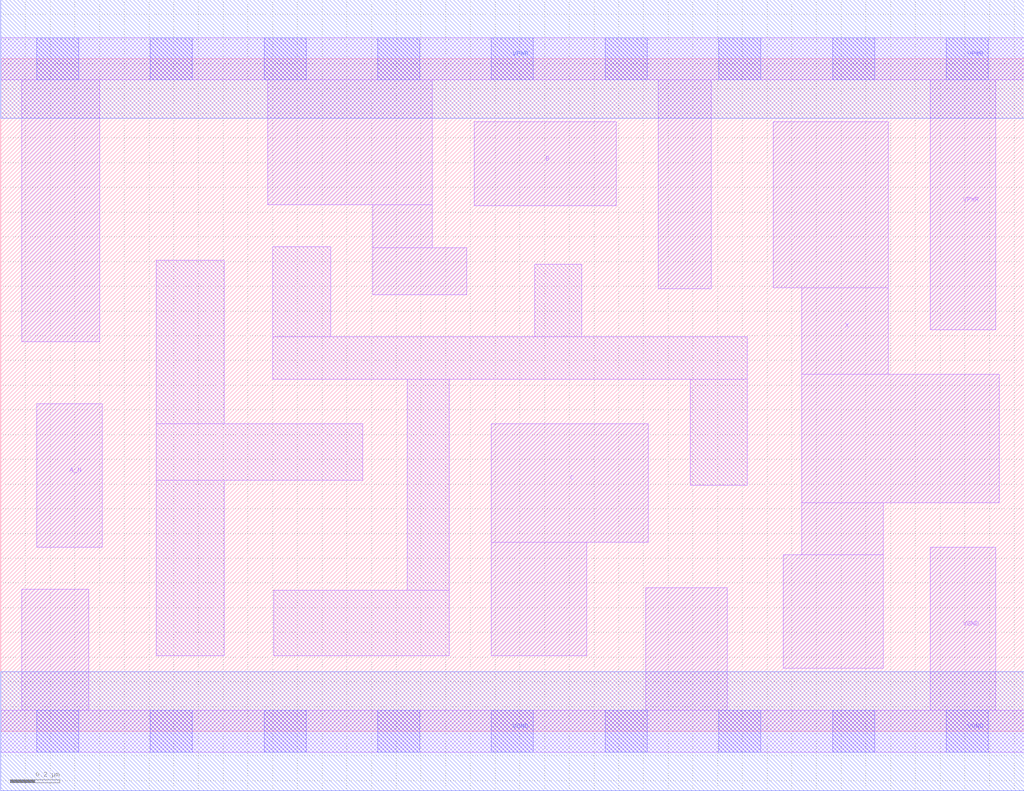
<source format=lef>
# Copyright 2020 The SkyWater PDK Authors
#
# Licensed under the Apache License, Version 2.0 (the "License");
# you may not use this file except in compliance with the License.
# You may obtain a copy of the License at
#
#     https://www.apache.org/licenses/LICENSE-2.0
#
# Unless required by applicable law or agreed to in writing, software
# distributed under the License is distributed on an "AS IS" BASIS,
# WITHOUT WARRANTIES OR CONDITIONS OF ANY KIND, either express or implied.
# See the License for the specific language governing permissions and
# limitations under the License.
#
# SPDX-License-Identifier: Apache-2.0

VERSION 5.7 ;
  NAMESCASESENSITIVE ON ;
  NOWIREEXTENSIONATPIN ON ;
  DIVIDERCHAR "/" ;
  BUSBITCHARS "[]" ;
UNITS
  DATABASE MICRONS 200 ;
END UNITS
PROPERTYDEFINITIONS
  MACRO maskLayoutSubType STRING ;
  MACRO prCellType STRING ;
  MACRO originalViewName STRING ;
END PROPERTYDEFINITIONS
MACRO sky130_fd_sc_hdll__and3b_2
  CLASS CORE ;
  FOREIGN sky130_fd_sc_hdll__and3b_2 ;
  ORIGIN  0.000000  0.000000 ;
  SIZE  4.140000 BY  2.720000 ;
  SYMMETRY X Y R90 ;
  SITE unithd ;
  PIN A_N
    ANTENNAGATEAREA  0.138600 ;
    DIRECTION INPUT ;
    USE SIGNAL ;
    PORT
      LAYER li1 ;
        RECT 0.145000 0.745000 0.410000 1.325000 ;
    END
  END A_N
  PIN B
    ANTENNAGATEAREA  0.138600 ;
    DIRECTION INPUT ;
    USE SIGNAL ;
    PORT
      LAYER li1 ;
        RECT 1.915000 2.125000 2.490000 2.465000 ;
    END
  END B
  PIN C
    ANTENNAGATEAREA  0.138600 ;
    DIRECTION INPUT ;
    USE SIGNAL ;
    PORT
      LAYER li1 ;
        RECT 1.985000 0.305000 2.370000 0.765000 ;
        RECT 1.985000 0.765000 2.620000 1.245000 ;
    END
  END C
  PIN VGND
    ANTENNADIFFAREA  0.693600 ;
    DIRECTION INOUT ;
    USE SIGNAL ;
    PORT
      LAYER li1 ;
        RECT 0.000000 -0.085000 4.140000 0.085000 ;
        RECT 0.085000  0.085000 0.355000 0.575000 ;
        RECT 2.610000  0.085000 2.940000 0.580000 ;
        RECT 3.760000  0.085000 4.025000 0.745000 ;
      LAYER mcon ;
        RECT 0.145000 -0.085000 0.315000 0.085000 ;
        RECT 0.605000 -0.085000 0.775000 0.085000 ;
        RECT 1.065000 -0.085000 1.235000 0.085000 ;
        RECT 1.525000 -0.085000 1.695000 0.085000 ;
        RECT 1.985000 -0.085000 2.155000 0.085000 ;
        RECT 2.445000 -0.085000 2.615000 0.085000 ;
        RECT 2.905000 -0.085000 3.075000 0.085000 ;
        RECT 3.365000 -0.085000 3.535000 0.085000 ;
        RECT 3.825000 -0.085000 3.995000 0.085000 ;
      LAYER met1 ;
        RECT 0.000000 -0.240000 4.140000 0.240000 ;
    END
  END VGND
  PIN VPWR
    ANTENNADIFFAREA  0.940900 ;
    DIRECTION INOUT ;
    USE SIGNAL ;
    PORT
      LAYER li1 ;
        RECT 0.000000 2.635000 4.140000 2.805000 ;
        RECT 0.085000 1.575000 0.400000 2.635000 ;
        RECT 1.080000 2.130000 1.745000 2.635000 ;
        RECT 1.505000 1.765000 1.885000 1.955000 ;
        RECT 1.505000 1.955000 1.745000 2.130000 ;
        RECT 2.660000 1.790000 2.875000 2.635000 ;
        RECT 3.760000 1.625000 4.025000 2.635000 ;
      LAYER mcon ;
        RECT 0.145000 2.635000 0.315000 2.805000 ;
        RECT 0.605000 2.635000 0.775000 2.805000 ;
        RECT 1.065000 2.635000 1.235000 2.805000 ;
        RECT 1.525000 2.635000 1.695000 2.805000 ;
        RECT 1.985000 2.635000 2.155000 2.805000 ;
        RECT 2.445000 2.635000 2.615000 2.805000 ;
        RECT 2.905000 2.635000 3.075000 2.805000 ;
        RECT 3.365000 2.635000 3.535000 2.805000 ;
        RECT 3.825000 2.635000 3.995000 2.805000 ;
      LAYER met1 ;
        RECT 0.000000 2.480000 4.140000 2.960000 ;
    END
  END VPWR
  PIN X
    ANTENNADIFFAREA  0.498000 ;
    DIRECTION OUTPUT ;
    USE SIGNAL ;
    PORT
      LAYER li1 ;
        RECT 3.125000 1.795000 3.590000 2.465000 ;
        RECT 3.165000 0.255000 3.570000 0.715000 ;
        RECT 3.240000 0.715000 3.570000 0.925000 ;
        RECT 3.240000 0.925000 4.040000 1.445000 ;
        RECT 3.240000 1.445000 3.590000 1.795000 ;
    END
  END X
  OBS
    LAYER li1 ;
      RECT 0.630000 0.305000 0.905000 1.015000 ;
      RECT 0.630000 1.015000 1.465000 1.245000 ;
      RECT 0.630000 1.245000 0.905000 1.905000 ;
      RECT 1.100000 1.425000 3.020000 1.595000 ;
      RECT 1.100000 1.595000 1.335000 1.960000 ;
      RECT 1.105000 0.305000 1.815000 0.570000 ;
      RECT 1.645000 0.570000 1.815000 1.425000 ;
      RECT 2.160000 1.595000 2.350000 1.890000 ;
      RECT 2.790000 0.995000 3.020000 1.425000 ;
  END
  PROPERTY maskLayoutSubType "abstract" ;
  PROPERTY prCellType "standard" ;
  PROPERTY originalViewName "layout" ;
END sky130_fd_sc_hdll__and3b_2

</source>
